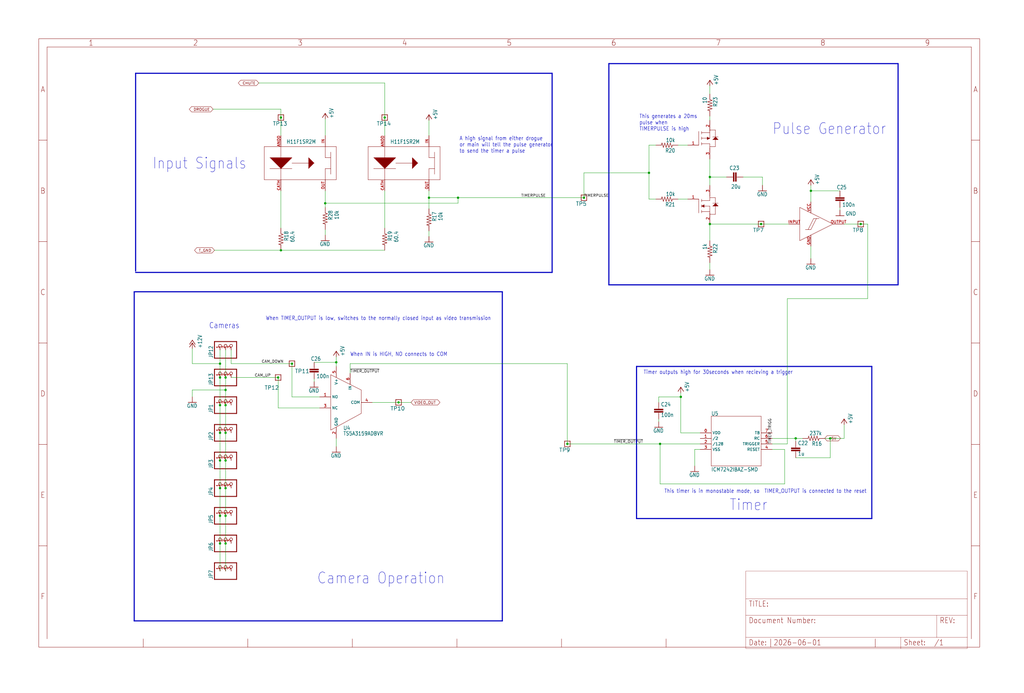
<source format=kicad_sch>
(kicad_sch (version 20230121) (generator eeschema)
  (paper "User" 469.9 318.262)
  (lib_symbols
    (symbol "CameraBoard-eagle-import:+12V" (power)
      (property "Value" "+12V" (at -2.54 -5.08 90))
      (symbol "+12V_1_0"
        (polyline (pts (xy 0 0) (xy -1.27 -1.905)) (stroke (width 0.254)))
        (polyline (pts (xy 0 1.27) (xy -1.27 -0.635)) (stroke (width 0.254)))
        (polyline (pts (xy 1.27 -1.905) (xy 0 0)) (stroke (width 0.254)))
        (polyline (pts (xy 1.27 -0.635) (xy 0 1.27)) (stroke (width 0.254)))
        (pin power_in line (at 0 -2.54 90) (length 2.54) (name "+12V") (number "1"))
      )
    )
    (symbol "CameraBoard-eagle-import:+5V" (power)
      (property "Value" "+5V" (at -2.54 -5.08 90))
      (symbol "+5V_1_0"
        (polyline (pts (xy 0 0) (xy -1.27 -1.905)) (stroke (width 0.254)))
        (polyline (pts (xy 1.27 -1.905) (xy 0 0)) (stroke (width 0.254)))
        (pin power_in line (at 0 -2.54 90) (length 2.54) (name "+5V") (number "1"))
      )
    )
    (symbol "CameraBoard-eagle-import:BSS84"
      (symbol "BSS84_1_0"
        (polyline (pts (xy 0 0) (xy 0 -6.35)) (stroke (width 0.1524)))
        (polyline (pts (xy 1.27 -6.35) (xy 1.27 -5.715)) (stroke (width 0.1524)))
        (polyline (pts (xy 1.27 -5.715) (xy 1.27 -5.08)) (stroke (width 0.1524)))
        (polyline (pts (xy 1.27 -5.715) (xy 5.08 -5.715)) (stroke (width 0.1524)))
        (polyline (pts (xy 1.27 -3.81) (xy 1.27 -3.175)) (stroke (width 0.1524)))
        (polyline (pts (xy 1.27 -3.175) (xy 1.27 -2.54)) (stroke (width 0.1524)))
        (polyline (pts (xy 1.27 -3.175) (xy 5.08 -3.175)) (stroke (width 0.1524)))
        (polyline (pts (xy 1.27 -1.27) (xy 1.27 -0.635)) (stroke (width 0.1524)))
        (polyline (pts (xy 1.27 -0.635) (xy 1.27 0)) (stroke (width 0.1524)))
        (polyline (pts (xy 1.27 -0.635) (xy 5.08 -0.635)) (stroke (width 0.1524)))
        (polyline (pts (xy 5.08 -5.715) (xy 5.08 -6.35)) (stroke (width 0.1524)))
        (polyline (pts (xy 5.08 -3.175) (xy 5.08 -5.715)) (stroke (width 0.1524)))
        (polyline (pts (xy 5.08 -0.635) (xy 5.08 0.635)) (stroke (width 0.1524)))
        (polyline (pts (xy 5.08 0.635) (xy 5.08 1.27)) (stroke (width 0.1524)))
        (polyline (pts (xy 5.08 0.635) (xy 7.62 0.635)) (stroke (width 0.1524)))
        (polyline (pts (xy 6.35 -3.81) (xy 8.89 -3.81)) (stroke (width 0.1524)))
        (polyline (pts (xy 7.62 -6.985) (xy 5.08 -6.985)) (stroke (width 0.1524)))
        (polyline (pts (xy 7.62 0.635) (xy 7.62 -6.985)) (stroke (width 0.1524)))
        (polyline (pts (xy 5.08 -3.175) (xy 3.81 -2.54) (xy 3.81 -3.81)) (stroke (width 0.1524)) (fill (type outline)))
        (polyline (pts (xy 6.35 -2.54) (xy 8.89 -2.54) (xy 7.62 -3.81)) (stroke (width 0.1524)) (fill (type outline)))
        (pin bidirectional line (at -5.08 0 0) (length 5.08) (name "G") (number "1"))
        (pin bidirectional line (at 5.08 -11.43 90) (length 5.08) (name "S") (number "2"))
        (pin bidirectional line (at 5.08 6.35 270) (length 5.08) (name "D") (number "3"))
      )
    )
    (symbol "CameraBoard-eagle-import:BVSS123LT1G"
      (symbol "BVSS123LT1G_1_0"
        (polyline (pts (xy 0 0) (xy 0 -6.35)) (stroke (width 0.1524)))
        (polyline (pts (xy 1.27 -6.35) (xy 1.27 -5.715)) (stroke (width 0.1524)))
        (polyline (pts (xy 1.27 -5.715) (xy 1.27 -5.08)) (stroke (width 0.1524)))
        (polyline (pts (xy 1.27 -5.715) (xy 5.08 -5.715)) (stroke (width 0.1524)))
        (polyline (pts (xy 1.27 -3.81) (xy 1.27 -3.175)) (stroke (width 0.1524)))
        (polyline (pts (xy 1.27 -3.175) (xy 1.27 -2.54)) (stroke (width 0.1524)))
        (polyline (pts (xy 1.27 -3.175) (xy 5.08 -3.175)) (stroke (width 0.1524)))
        (polyline (pts (xy 1.27 -1.27) (xy 1.27 -0.635)) (stroke (width 0.1524)))
        (polyline (pts (xy 1.27 -0.635) (xy 1.27 0)) (stroke (width 0.1524)))
        (polyline (pts (xy 1.27 -0.635) (xy 5.08 -0.635)) (stroke (width 0.1524)))
        (polyline (pts (xy 5.08 -5.715) (xy 5.08 -6.35)) (stroke (width 0.1524)))
        (polyline (pts (xy 5.08 -3.175) (xy 5.08 -5.715)) (stroke (width 0.1524)))
        (polyline (pts (xy 5.08 -0.635) (xy 5.08 0.635)) (stroke (width 0.1524)))
        (polyline (pts (xy 5.08 0.635) (xy 5.08 1.27)) (stroke (width 0.1524)))
        (polyline (pts (xy 5.08 0.635) (xy 7.62 0.635)) (stroke (width 0.1524)))
        (polyline (pts (xy 6.35 -1.905) (xy 8.89 -1.905)) (stroke (width 0.1524)))
        (polyline (pts (xy 7.62 -6.985) (xy 5.08 -6.985)) (stroke (width 0.1524)))
        (polyline (pts (xy 7.62 0.635) (xy 7.62 -6.985)) (stroke (width 0.1524)))
        (polyline (pts (xy 2.54 -2.54) (xy 1.27 -3.175) (xy 2.54 -3.81)) (stroke (width 0.1524)) (fill (type outline)))
        (polyline (pts (xy 6.35 -3.175) (xy 8.89 -3.175) (xy 7.62 -1.905)) (stroke (width 0.1524)) (fill (type outline)))
        (pin bidirectional line (at -5.08 0 0) (length 5.08) (name "G") (number "1"))
        (pin bidirectional line (at 5.08 -11.43 90) (length 5.08) (name "S") (number "2"))
        (pin bidirectional line (at 5.08 6.35 270) (length 5.08) (name "D") (number "3"))
      )
    )
    (symbol "CameraBoard-eagle-import:C-EU0603-C-NOSILK"
      (property "Reference" "C" (at 1.524 0.381 0))
      (symbol "C-EU0603-C-NOSILK_1_0"
        (rectangle (start -2.032 -2.032) (end 2.032 -1.524) (fill (type outline)))
        (rectangle (start -2.032 -1.016) (end 2.032 -0.508) (fill (type outline)))
        (polyline (pts (xy 0 -2.54) (xy 0 -2.032)) (stroke (width 0.1524)))
        (polyline (pts (xy 0 0) (xy 0 -0.508)) (stroke (width 0.1524)))
        (pin passive line (at 0 2.54 270) (length 2.54) (name "1") (number "1"))
        (pin passive line (at 0 -5.08 90) (length 2.54) (name "2") (number "2"))
      )
    )
    (symbol "CameraBoard-eagle-import:FRAME_B_L"
      (symbol "FRAME_B_L_1_0"
        (polyline (pts (xy 0 46.5667) (xy 3.81 46.5667)))
        (polyline (pts (xy 0 93.1333) (xy 3.81 93.1333)))
        (polyline (pts (xy 0 139.7) (xy 3.81 139.7)))
        (polyline (pts (xy 0 186.2667) (xy 3.81 186.2667)))
        (polyline (pts (xy 0 232.8333) (xy 3.81 232.8333)))
        (polyline (pts (xy 3.81 3.81) (xy 3.81 275.59)))
        (polyline (pts (xy 47.9778 0) (xy 47.9778 3.81)))
        (polyline (pts (xy 95.9556 0) (xy 95.9556 3.81)))
        (polyline (pts (xy 143.9333 0) (xy 143.9333 3.81)))
        (polyline (pts (xy 191.9111 0) (xy 191.9111 3.81)))
        (polyline (pts (xy 239.8889 0) (xy 239.8889 3.81)))
        (polyline (pts (xy 287.8667 0) (xy 287.8667 3.81)))
        (polyline (pts (xy 335.8444 0) (xy 335.8444 3.81)))
        (polyline (pts (xy 383.8222 0) (xy 383.8222 3.81)))
        (polyline (pts (xy 427.99 3.81) (xy 427.99 275.59)))
        (polyline (pts (xy 427.99 46.5667) (xy 431.8 46.5667)))
        (polyline (pts (xy 427.99 93.1333) (xy 431.8 93.1333)))
        (polyline (pts (xy 427.99 139.7) (xy 431.8 139.7)))
        (polyline (pts (xy 427.99 186.2667) (xy 431.8 186.2667)))
        (polyline (pts (xy 427.99 232.8333) (xy 431.8 232.8333)))
        (polyline (pts (xy 427.99 275.59) (xy 3.81 275.59)))
        (polyline (pts (xy 0 0) (xy 431.8 0) (xy 431.8 279.4) (xy 0 279.4) (xy 0 0)))
        (text "1" (at 23.9889 277.495 0) (effects (font (size 2.54 2.286))))
        (text "2" (at 71.9667 277.495 0) (effects (font (size 2.54 2.286))))
        (text "3" (at 119.9444 277.495 0) (effects (font (size 2.54 2.286))))
        (text "4" (at 167.9222 277.495 0) (effects (font (size 2.54 2.286))))
        (text "5" (at 215.9 277.495 0) (effects (font (size 2.54 2.286))))
        (text "6" (at 263.8778 277.495 0) (effects (font (size 2.54 2.286))))
        (text "7" (at 311.8556 277.495 0) (effects (font (size 2.54 2.286))))
        (text "8" (at 359.8333 277.495 0) (effects (font (size 2.54 2.286))))
        (text "9" (at 407.8111 277.495 0) (effects (font (size 2.54 2.286))))
        (text "A" (at 1.905 256.1167 0) (effects (font (size 2.54 2.286))))
        (text "A" (at 429.895 256.1167 0) (effects (font (size 2.54 2.286))))
        (text "B" (at 1.905 209.55 0) (effects (font (size 2.54 2.286))))
        (text "B" (at 429.895 209.55 0) (effects (font (size 2.54 2.286))))
        (text "C" (at 1.905 162.9833 0) (effects (font (size 2.54 2.286))))
        (text "C" (at 429.895 162.9833 0) (effects (font (size 2.54 2.286))))
        (text "D" (at 1.905 116.4167 0) (effects (font (size 2.54 2.286))))
        (text "D" (at 429.895 116.4167 0) (effects (font (size 2.54 2.286))))
        (text "E" (at 1.905 69.85 0) (effects (font (size 2.54 2.286))))
        (text "E" (at 429.895 69.85 0) (effects (font (size 2.54 2.286))))
        (text "F" (at 1.905 23.2833 0) (effects (font (size 2.54 2.286))))
        (text "F" (at 429.895 23.2833 0) (effects (font (size 2.54 2.286))))
      )
      (symbol "FRAME_B_L_2_0"
        (polyline (pts (xy 0 0) (xy 0 5.08)) (stroke (width 0.1016)))
        (polyline (pts (xy 0 0) (xy 71.12 0)) (stroke (width 0.1016)))
        (polyline (pts (xy 0 5.08) (xy 0 15.24)) (stroke (width 0.1016)))
        (polyline (pts (xy 0 5.08) (xy 71.12 5.08)) (stroke (width 0.1016)))
        (polyline (pts (xy 0 15.24) (xy 0 22.86)) (stroke (width 0.1016)))
        (polyline (pts (xy 0 22.86) (xy 0 35.56)) (stroke (width 0.1016)))
        (polyline (pts (xy 0 22.86) (xy 101.6 22.86)) (stroke (width 0.1016)))
        (polyline (pts (xy 71.12 0) (xy 101.6 0)) (stroke (width 0.1016)))
        (polyline (pts (xy 71.12 5.08) (xy 71.12 0)) (stroke (width 0.1016)))
        (polyline (pts (xy 71.12 5.08) (xy 87.63 5.08)) (stroke (width 0.1016)))
        (polyline (pts (xy 87.63 5.08) (xy 101.6 5.08)) (stroke (width 0.1016)))
        (polyline (pts (xy 87.63 15.24) (xy 0 15.24)) (stroke (width 0.1016)))
        (polyline (pts (xy 87.63 15.24) (xy 87.63 5.08)) (stroke (width 0.1016)))
        (polyline (pts (xy 101.6 5.08) (xy 101.6 0)) (stroke (width 0.1016)))
        (polyline (pts (xy 101.6 15.24) (xy 87.63 15.24)) (stroke (width 0.1016)))
        (polyline (pts (xy 101.6 15.24) (xy 101.6 5.08)) (stroke (width 0.1016)))
        (polyline (pts (xy 101.6 22.86) (xy 101.6 15.24)) (stroke (width 0.1016)))
        (polyline (pts (xy 101.6 35.56) (xy 0 35.56)) (stroke (width 0.1016)))
        (polyline (pts (xy 101.6 35.56) (xy 101.6 22.86)) (stroke (width 0.1016)))
        (text "${#}/${##}" (at 86.36 1.27 0) (effects (font (size 2.54 2.159)) (justify left bottom)))
        (text "${CURRENT_DATE}" (at 12.7 1.27 0) (effects (font (size 2.54 2.159)) (justify left bottom)))
        (text "${PROJECTNAME}" (at 17.78 19.05 0) (effects (font (size 2.54 2.159)) (justify left bottom)))
        (text "Date:" (at 1.27 1.27 0) (effects (font (size 2.54 2.159)) (justify left bottom)))
        (text "Document Number:" (at 1.27 11.43 0) (effects (font (size 2.54 2.159)) (justify left bottom)))
        (text "REV:" (at 88.9 11.43 0) (effects (font (size 2.54 2.159)) (justify left bottom)))
        (text "Sheet:" (at 72.39 1.27 0) (effects (font (size 2.54 2.159)) (justify left bottom)))
        (text "TITLE:" (at 1.27 19.05 0) (effects (font (size 2.54 2.159)) (justify left bottom)))
      )
    )
    (symbol "CameraBoard-eagle-import:GND" (power)
      (property "Value" "GND" (at -2.54 -2.54 0))
      (symbol "GND_1_0"
        (polyline (pts (xy -1.905 0) (xy 1.905 0)) (stroke (width 0.254)))
        (pin power_in line (at 0 2.54 270) (length 2.54) (name "GND") (number "1"))
      )
    )
    (symbol "CameraBoard-eagle-import:H11F1SR2M"
      (symbol "H11F1SR2M_1_0"
        (polyline (pts (xy -17.78 -7.62) (xy -17.78 7.62)) (stroke (width 0.1524)))
        (polyline (pts (xy -17.78 7.62) (xy 15.24 7.62)) (stroke (width 0.1524)))
        (polyline (pts (xy -10.16 -2.54) (xy -15.24 -2.54)) (stroke (width 0.1524)))
        (polyline (pts (xy -10.16 -2.54) (xy -10.16 -7.62)) (stroke (width 0.1524)))
        (polyline (pts (xy -10.16 -2.54) (xy -10.16 7.62)) (stroke (width 0.1524)))
        (polyline (pts (xy -5.08 -2.54) (xy -10.16 -2.54)) (stroke (width 0.1524)))
        (polyline (pts (xy -5.08 0) (xy 5.08 0)) (stroke (width 0.1524)))
        (polyline (pts (xy 10.16 -2.54) (xy 10.16 -7.62)) (stroke (width 0.1524)))
        (polyline (pts (xy 10.16 2.54) (xy 12.7 2.54)) (stroke (width 0.1524)))
        (polyline (pts (xy 10.16 7.62) (xy 10.16 2.54)) (stroke (width 0.1524)))
        (polyline (pts (xy 12.7 -5.08) (xy 12.7 -2.54)) (stroke (width 0.1524)))
        (polyline (pts (xy 12.7 -2.54) (xy 10.16 -2.54)) (stroke (width 0.1524)))
        (polyline (pts (xy 12.7 2.54) (xy 12.7 -2.54)) (stroke (width 0.1524)))
        (polyline (pts (xy 12.7 2.54) (xy 12.7 5.08)) (stroke (width 0.1524)))
        (polyline (pts (xy 15.24 -7.62) (xy -17.78 -7.62)) (stroke (width 0.1524)))
        (polyline (pts (xy 15.24 7.62) (xy 15.24 -7.62)) (stroke (width 0.1524)))
        (polyline (pts (xy -10.16 -2.54) (xy -5.08 2.54) (xy -15.24 2.54)) (stroke (width 0.1524)) (fill (type outline)))
        (polyline (pts (xy 5.08 0) (xy 2.54 2.54) (xy 2.54 -2.54)) (stroke (width 0.1524)) (fill (type outline)))
        (pin bidirectional line (at -10.16 12.7 270) (length 5.08) (name "ANOD") (number "ANOD"))
        (pin bidirectional line (at -10.16 -12.7 90) (length 5.08) (name "CAT") (number "CATH"))
        (pin bidirectional line (at 10.16 12.7 270) (length 5.08) (name "IN") (number "IN"))
        (pin bidirectional line (at 10.16 -12.7 90) (length 5.08) (name "OUT") (number "OUT"))
      )
    )
    (symbol "CameraBoard-eagle-import:ICM7242IBAZ-SMD"
      (property "Reference" "U" (at 5.08 7.874 0))
      (symbol "ICM7242IBAZ-SMD_1_0"
        (polyline (pts (xy 5.08 -15.24) (xy 5.08 7.62)) (stroke (width 0.1524)))
        (polyline (pts (xy 5.08 7.62) (xy 27.94 7.62)) (stroke (width 0.1524)))
        (polyline (pts (xy 27.94 -15.24) (xy 5.08 -15.24)) (stroke (width 0.1524)))
        (polyline (pts (xy 27.94 7.62) (xy 27.94 -15.24)) (stroke (width 0.1524)))
        (pin bidirectional line (at 0 0 0) (length 5.08) (name "VDD") (number "0"))
        (pin bidirectional line (at 0 -2.54 0) (length 5.08) (name "/2") (number "1"))
        (pin bidirectional line (at 0 -5.08 0) (length 5.08) (name "/128") (number "2"))
        (pin bidirectional line (at 0 -7.62 0) (length 5.08) (name "VSS") (number "3"))
        (pin bidirectional line (at 33.02 -7.62 180) (length 5.08) (name "RESET") (number "4"))
        (pin bidirectional line (at 33.02 -5.08 180) (length 5.08) (name "TRIGGER") (number "5"))
        (pin bidirectional line (at 33.02 -2.54 180) (length 5.08) (name "RC") (number "6"))
        (pin bidirectional line (at 33.02 0 180) (length 5.08) (name "TB") (number "7"))
      )
    )
    (symbol "CameraBoard-eagle-import:PINHD-1X3"
      (property "Reference" "JP" (at -6.35 5.715 0))
      (symbol "PINHD-1X3_1_0"
        (polyline (pts (xy -6.35 -5.08) (xy 1.27 -5.08)) (stroke (width 0.4064)))
        (polyline (pts (xy -6.35 5.08) (xy -6.35 -5.08)) (stroke (width 0.4064)))
        (polyline (pts (xy 1.27 -5.08) (xy 1.27 5.08)) (stroke (width 0.4064)))
        (polyline (pts (xy 1.27 5.08) (xy -6.35 5.08)) (stroke (width 0.4064)))
        (pin passive inverted (at -2.54 2.54 0) (length 2.54) (name "1") (number "1"))
        (pin passive inverted (at -2.54 0 0) (length 2.54) (name "2") (number "2"))
        (pin passive inverted (at -2.54 -2.54 0) (length 2.54) (name "3") (number "3"))
      )
    )
    (symbol "CameraBoard-eagle-import:R-US_0603-A-NOSILK"
      (property "Reference" "R" (at -3.81 1.4986 0))
      (symbol "R-US_0603-A-NOSILK_1_0"
        (polyline (pts (xy -2.54 0) (xy -2.159 1.016)) (stroke (width 0.2032)))
        (polyline (pts (xy -2.159 1.016) (xy -1.524 -1.016)) (stroke (width 0.2032)))
        (polyline (pts (xy -1.524 -1.016) (xy -0.889 1.016)) (stroke (width 0.2032)))
        (polyline (pts (xy -0.889 1.016) (xy -0.254 -1.016)) (stroke (width 0.2032)))
        (polyline (pts (xy -0.254 -1.016) (xy 0.381 1.016)) (stroke (width 0.2032)))
        (polyline (pts (xy 0.381 1.016) (xy 1.016 -1.016)) (stroke (width 0.2032)))
        (polyline (pts (xy 1.016 -1.016) (xy 1.651 1.016)) (stroke (width 0.2032)))
        (polyline (pts (xy 1.651 1.016) (xy 2.286 -1.016)) (stroke (width 0.2032)))
        (polyline (pts (xy 2.286 -1.016) (xy 2.54 0)) (stroke (width 0.2032)))
        (pin passive line (at -5.08 0 0) (length 2.54) (name "1") (number "1"))
        (pin passive line (at 5.08 0 180) (length 2.54) (name "2") (number "2"))
      )
    )
    (symbol "CameraBoard-eagle-import:R-US_0603-C-NOSILK"
      (property "Reference" "R" (at -3.81 1.4986 0))
      (symbol "R-US_0603-C-NOSILK_1_0"
        (polyline (pts (xy -2.54 0) (xy -2.159 1.016)) (stroke (width 0.2032)))
        (polyline (pts (xy -2.159 1.016) (xy -1.524 -1.016)) (stroke (width 0.2032)))
        (polyline (pts (xy -1.524 -1.016) (xy -0.889 1.016)) (stroke (width 0.2032)))
        (polyline (pts (xy -0.889 1.016) (xy -0.254 -1.016)) (stroke (width 0.2032)))
        (polyline (pts (xy -0.254 -1.016) (xy 0.381 1.016)) (stroke (width 0.2032)))
        (polyline (pts (xy 0.381 1.016) (xy 1.016 -1.016)) (stroke (width 0.2032)))
        (polyline (pts (xy 1.016 -1.016) (xy 1.651 1.016)) (stroke (width 0.2032)))
        (polyline (pts (xy 1.651 1.016) (xy 2.286 -1.016)) (stroke (width 0.2032)))
        (polyline (pts (xy 2.286 -1.016) (xy 2.54 0)) (stroke (width 0.2032)))
        (pin passive line (at -5.08 0 0) (length 2.54) (name "1") (number "1"))
        (pin passive line (at 5.08 0 180) (length 2.54) (name "2") (number "2"))
      )
    )
    (symbol "CameraBoard-eagle-import:R-US_0805-A-NOSILK"
      (property "Reference" "R" (at -3.81 1.4986 0))
      (symbol "R-US_0805-A-NOSILK_1_0"
        (polyline (pts (xy -2.54 0) (xy -2.159 1.016)) (stroke (width 0.2032)))
        (polyline (pts (xy -2.159 1.016) (xy -1.524 -1.016)) (stroke (width 0.2032)))
        (polyline (pts (xy -1.524 -1.016) (xy -0.889 1.016)) (stroke (width 0.2032)))
        (polyline (pts (xy -0.889 1.016) (xy -0.254 -1.016)) (stroke (width 0.2032)))
        (polyline (pts (xy -0.254 -1.016) (xy 0.381 1.016)) (stroke (width 0.2032)))
        (polyline (pts (xy 0.381 1.016) (xy 1.016 -1.016)) (stroke (width 0.2032)))
        (polyline (pts (xy 1.016 -1.016) (xy 1.651 1.016)) (stroke (width 0.2032)))
        (polyline (pts (xy 1.651 1.016) (xy 2.286 -1.016)) (stroke (width 0.2032)))
        (polyline (pts (xy 2.286 -1.016) (xy 2.54 0)) (stroke (width 0.2032)))
        (pin passive line (at -5.08 0 0) (length 2.54) (name "1") (number "1"))
        (pin passive line (at 5.08 0 180) (length 2.54) (name "2") (number "2"))
      )
    )
    (symbol "CameraBoard-eagle-import:SN74LVC1G17DCKR"
      (property "Reference" "U" (at 0 7.62 0))
      (symbol "SN74LVC1G17DCKR_1_0"
        (polyline (pts (xy -6.35 -7.62) (xy 8.89 0)) (stroke (width 0.1524)))
        (polyline (pts (xy -6.35 7.62) (xy -6.35 -7.62)) (stroke (width 0.1524)))
        (polyline (pts (xy -2.54 -2.54) (xy -3.81 -2.54)) (stroke (width 0.1524)))
        (polyline (pts (xy -2.54 -2.54) (xy -1.27 -2.54)) (stroke (width 0.1524)))
        (polyline (pts (xy -1.27 -2.54) (xy 1.27 2.54)) (stroke (width 0.1524)))
        (polyline (pts (xy 0 2.54) (xy -2.54 -2.54)) (stroke (width 0.1524)))
        (polyline (pts (xy 1.27 2.54) (xy 0 2.54)) (stroke (width 0.1524)))
        (polyline (pts (xy 1.27 2.54) (xy 2.54 2.54)) (stroke (width 0.1524)))
        (polyline (pts (xy 8.89 0) (xy -6.35 7.62)) (stroke (width 0.1524)))
        (pin bidirectional line (at -1.27 -10.16 90) (length 5.08) (name "GND") (number "GND"))
        (pin bidirectional line (at -11.43 0 0) (length 5.08) (name "A") (number "INPUT"))
        (pin bidirectional line (at 13.97 0 180) (length 5.08) (name "Y") (number "OUTPUT"))
        (pin bidirectional line (at -1.27 10.16 270) (length 5.08) (name "VCC") (number "VCC"))
      )
    )
    (symbol "CameraBoard-eagle-import:TEST-POINT"
      (property "Reference" "TP" (at -5.08 2.54 0))
      (symbol "TEST-POINT_1_0"
        (polyline (pts (xy -1.27 -1.27) (xy -1.27 1.27)) (stroke (width 0.254)))
        (polyline (pts (xy -1.27 1.27) (xy 1.27 1.27)) (stroke (width 0.254)))
        (polyline (pts (xy 1.27 -1.27) (xy -1.27 -1.27)) (stroke (width 0.254)))
        (polyline (pts (xy 1.27 1.27) (xy 1.27 -1.27)) (stroke (width 0.254)))
        (pin passive line (at 0 0 0) (length 0) (name "1") (number "1"))
      )
    )
    (symbol "CameraBoard-eagle-import:TS5A3159ADBVR"
      (property "Reference" "U" (at -0.635 -11.43 0))
      (symbol "TS5A3159ADBVR_1_0"
        (polyline (pts (xy -6.35 -12.7) (xy 7.62 -5.08)) (stroke (width 0.1524)))
        (polyline (pts (xy -6.35 12.7) (xy -6.35 -12.7)) (stroke (width 0.1524)))
        (polyline (pts (xy 7.62 -5.08) (xy 7.62 5.715)) (stroke (width 0.1524)))
        (polyline (pts (xy 7.62 5.715) (xy -6.35 12.7)) (stroke (width 0.1524)))
        (pin bidirectional line (at -11.43 2.54 0) (length 5.08) (name "NO") (number "1"))
        (pin bidirectional line (at -3.81 -16.51 90) (length 5.08) (name "GND") (number "2"))
        (pin bidirectional line (at -11.43 -2.54 0) (length 5.08) (name "NC") (number "3"))
        (pin bidirectional line (at 12.7 0 180) (length 5.08) (name "COM") (number "4"))
        (pin bidirectional line (at -3.81 16.51 270) (length 5.08) (name "V+") (number "5"))
        (pin bidirectional line (at 2.54 13.335 270) (length 5.08) (name "IN") (number "6"))
      )
    )
  )
  (junction (at 103.505 249.555))
  (junction (at 100.965 249.555))
  (junction (at 128.905 114.935))
  (junction (at 365.125 201.295))
  (junction (at 100.965 224.155))
  (junction (at 103.505 186.055))
  (junction (at 394.97 102.87))
  (junction (at 103.505 179.07))
  (junction (at 154.305 166.37))
  (junction (at 267.97 90.805))
  (junction (at 100.965 186.055))
  (junction (at 100.965 236.855))
  (junction (at 100.965 173.355))
  (junction (at 302.895 203.835))
  (junction (at 182.88 184.785))
  (junction (at 103.505 173.355))
  (junction (at 312.42 182.245))
  (junction (at 100.965 198.755))
  (junction (at 149.225 93.345))
  (junction (at 325.755 81.28))
  (junction (at 127.635 173.355))
  (junction (at 210.185 90.805))
  (junction (at 100.965 167.005))
  (junction (at 103.505 236.855))
  (junction (at 196.85 90.805))
  (junction (at 100.965 211.455))
  (junction (at 260.35 203.835))
  (junction (at 128.905 53.975))
  (junction (at 133.985 167.005))
  (junction (at 103.505 224.155))
  (junction (at 381 201.295))
  (junction (at 103.505 198.755))
  (junction (at 297.815 79.375))
  (junction (at 349.25 102.87))
  (junction (at 176.53 53.975))
  (junction (at 325.755 102.87))
  (junction (at 103.505 211.455))
  (junction (at 372.11 87.63))
  (polyline (pts (xy 400.05 238.125) (xy 400.05 168.275)) (stroke (width 0.508) (type solid)))
  (wire (pts (xy 196.85 90.805) (xy 196.85 95.885)) (stroke (width 0.1524)))
  (wire (pts (xy 196.85 106.045) (xy 196.85 108.585)) (stroke (width 0.1524)))
  (wire (pts (xy 260.35 203.835) (xy 302.895 203.835)) (stroke (width 0.1524)))
  (wire (pts (xy 106.045 167.005) (xy 133.985 167.005)) (stroke (width 0.1524)))
  (polyline (pts (xy 279.4 130.81) (xy 412.115 130.81)) (stroke (width 0.508) (type solid)))
  (wire (pts (xy 103.505 179.07) (xy 103.505 173.355)) (stroke (width 0.1524)))
  (wire (pts (xy 360.045 206.375) (xy 354.33 206.375)) (stroke (width 0.1524)))
  (wire (pts (xy 394.97 102.87) (xy 398.145 102.87)) (stroke (width 0.1524)))
  (wire (pts (xy 103.505 262.255) (xy 103.505 249.555)) (stroke (width 0.1524)))
  (polyline (pts (xy 230.505 133.985) (xy 61.595 133.985)) (stroke (width 0.508) (type solid)))
  (wire (pts (xy 325.755 55.245) (xy 325.755 53.34)) (stroke (width 0.1524)))
  (polyline (pts (xy 62.23 125.095) (xy 253.365 125.095)) (stroke (width 0.508) (type solid)))
  (wire (pts (xy 365.125 201.295) (xy 368.3 201.295)) (stroke (width 0.1524)))
  (wire (pts (xy 128.905 114.935) (xy 176.53 114.935)) (stroke (width 0.1524)))
  (wire (pts (xy 88.265 182.245) (xy 88.265 179.07)) (stroke (width 0.1524)))
  (wire (pts (xy 325.755 102.87) (xy 349.25 102.87)) (stroke (width 0.1524)))
  (wire (pts (xy 149.225 105.41) (xy 149.225 107.95)) (stroke (width 0.1524)))
  (wire (pts (xy 302.895 203.835) (xy 302.895 222.25)) (stroke (width 0.1524)))
  (wire (pts (xy 325.755 73.025) (xy 325.755 81.28)) (stroke (width 0.1524)))
  (wire (pts (xy 103.505 236.855) (xy 103.505 224.155)) (stroke (width 0.1524)))
  (wire (pts (xy 88.265 179.07) (xy 103.505 179.07)) (stroke (width 0.1524)))
  (wire (pts (xy 128.905 87.63) (xy 128.905 104.775)) (stroke (width 0.1524)))
  (polyline (pts (xy 253.365 33.655) (xy 62.23 33.655)) (stroke (width 0.508) (type solid)))
  (wire (pts (xy 381 201.295) (xy 381 210.185)) (stroke (width 0.1524)))
  (wire (pts (xy 312.42 182.245) (xy 312.42 180.34)) (stroke (width 0.1524)))
  (wire (pts (xy 325.755 120.65) (xy 325.755 123.825)) (stroke (width 0.1524)))
  (wire (pts (xy 398.145 137.16) (xy 361.315 137.16)) (stroke (width 0.1524)))
  (wire (pts (xy 361.315 203.835) (xy 361.315 137.16)) (stroke (width 0.1524)))
  (wire (pts (xy 381 210.185) (xy 365.125 210.185)) (stroke (width 0.1524)))
  (polyline (pts (xy 62.23 33.655) (xy 62.23 124.46)) (stroke (width 0.508) (type solid)))
  (wire (pts (xy 133.985 167.005) (xy 133.985 182.245)) (stroke (width 0.1524)))
  (wire (pts (xy 103.505 211.455) (xy 103.505 198.755)) (stroke (width 0.1524)))
  (polyline (pts (xy 230.505 285.115) (xy 230.505 133.985)) (stroke (width 0.508) (type solid)))
  (wire (pts (xy 302.895 222.25) (xy 360.045 222.25)) (stroke (width 0.1524)))
  (wire (pts (xy 385.445 96.52) (xy 385.445 95.25)) (stroke (width 0.1524)))
  (wire (pts (xy 381 201.295) (xy 387.35 201.295)) (stroke (width 0.1524)))
  (wire (pts (xy 354.33 201.295) (xy 365.125 201.295)) (stroke (width 0.1524)))
  (wire (pts (xy 176.53 38.1) (xy 118.745 38.1)) (stroke (width 0.1524)))
  (wire (pts (xy 100.965 186.055) (xy 100.965 198.755)) (stroke (width 0.1524)))
  (wire (pts (xy 267.97 90.805) (xy 267.97 79.375)) (stroke (width 0.1524)))
  (wire (pts (xy 297.815 66.675) (xy 300.99 66.675)) (stroke (width 0.1524)))
  (wire (pts (xy 149.225 87.63) (xy 149.225 93.345)) (stroke (width 0.1524)))
  (wire (pts (xy 100.965 236.855) (xy 100.965 249.555)) (stroke (width 0.1524)))
  (wire (pts (xy 297.815 79.375) (xy 297.815 66.675)) (stroke (width 0.1524)))
  (wire (pts (xy 196.85 87.63) (xy 196.85 90.805)) (stroke (width 0.1524)))
  (wire (pts (xy 149.225 93.345) (xy 149.225 95.25)) (stroke (width 0.1524)))
  (wire (pts (xy 100.965 211.455) (xy 100.965 198.755)) (stroke (width 0.1524)))
  (wire (pts (xy 333.375 81.28) (xy 325.755 81.28)) (stroke (width 0.1524)))
  (wire (pts (xy 210.185 90.805) (xy 267.97 90.805)) (stroke (width 0.1524)))
  (wire (pts (xy 127.635 173.355) (xy 127.635 187.325)) (stroke (width 0.1524)))
  (wire (pts (xy 378.46 201.295) (xy 381 201.295)) (stroke (width 0.1524)))
  (wire (pts (xy 176.53 104.775) (xy 176.53 87.63)) (stroke (width 0.1524)))
  (wire (pts (xy 311.15 66.675) (xy 315.595 66.675)) (stroke (width 0.1524)))
  (wire (pts (xy 385.445 87.63) (xy 372.11 87.63)) (stroke (width 0.1524)))
  (wire (pts (xy 128.905 53.975) (xy 128.905 50.165)) (stroke (width 0.1524)))
  (wire (pts (xy 100.965 186.055) (xy 100.965 173.355)) (stroke (width 0.1524)))
  (wire (pts (xy 325.755 102.87) (xy 325.755 110.49)) (stroke (width 0.1524)))
  (wire (pts (xy 325.755 81.28) (xy 325.755 85.09)) (stroke (width 0.1524)))
  (wire (pts (xy 128.905 50.165) (xy 97.79 50.165)) (stroke (width 0.1524)))
  (wire (pts (xy 302.26 184.785) (xy 302.26 182.245)) (stroke (width 0.1524)))
  (wire (pts (xy 182.88 184.785) (xy 188.595 184.785)) (stroke (width 0.1524)))
  (polyline (pts (xy 253.365 125.095) (xy 253.365 33.655)) (stroke (width 0.508) (type solid)))
  (wire (pts (xy 100.965 167.005) (xy 100.965 173.355)) (stroke (width 0.1524)))
  (wire (pts (xy 149.225 54.61) (xy 149.225 62.23)) (stroke (width 0.1524)))
  (wire (pts (xy 154.305 205.105) (xy 154.305 201.295)) (stroke (width 0.1524)))
  (wire (pts (xy 372.11 113.03) (xy 372.11 118.745)) (stroke (width 0.1524)))
  (wire (pts (xy 170.815 184.785) (xy 182.88 184.785)) (stroke (width 0.1524)))
  (polyline (pts (xy 61.595 133.985) (xy 61.595 285.115)) (stroke (width 0.508) (type solid)))
  (wire (pts (xy 100.965 249.555) (xy 100.965 262.255)) (stroke (width 0.1524)))
  (wire (pts (xy 149.225 93.345) (xy 210.185 93.345)) (stroke (width 0.1524)))
  (wire (pts (xy 325.755 39.37) (xy 325.755 43.18)) (stroke (width 0.1524)))
  (polyline (pts (xy 279.4 29.21) (xy 279.4 130.81)) (stroke (width 0.508) (type solid)))
  (polyline (pts (xy 292.1 238.125) (xy 400.05 238.125)) (stroke (width 0.508) (type solid)))
  (wire (pts (xy 103.505 198.755) (xy 103.505 186.055)) (stroke (width 0.1524)))
  (wire (pts (xy 127.635 187.325) (xy 146.685 187.325)) (stroke (width 0.1524)))
  (wire (pts (xy 312.42 198.755) (xy 312.42 182.245)) (stroke (width 0.1524)))
  (wire (pts (xy 398.145 137.16) (xy 398.145 102.87)) (stroke (width 0.1524)))
  (wire (pts (xy 176.53 53.975) (xy 176.53 38.1)) (stroke (width 0.1524)))
  (wire (pts (xy 196.85 90.805) (xy 210.185 90.805)) (stroke (width 0.1524)))
  (wire (pts (xy 267.97 79.375) (xy 297.815 79.375)) (stroke (width 0.1524)))
  (wire (pts (xy 302.26 182.245) (xy 312.42 182.245)) (stroke (width 0.1524)))
  (wire (pts (xy 196.85 55.245) (xy 196.85 62.23)) (stroke (width 0.1524)))
  (wire (pts (xy 321.31 206.375) (xy 318.77 206.375)) (stroke (width 0.1524)))
  (wire (pts (xy 365.125 202.565) (xy 365.125 201.295)) (stroke (width 0.1524)))
  (polyline (pts (xy 412.115 29.21) (xy 412.115 130.81)) (stroke (width 0.508) (type solid)))
  (wire (pts (xy 154.305 166.37) (xy 154.305 168.275)) (stroke (width 0.1524)))
  (wire (pts (xy 349.25 102.87) (xy 361.95 102.87)) (stroke (width 0.1524)))
  (wire (pts (xy 100.965 167.005) (xy 88.265 167.005)) (stroke (width 0.1524)))
  (polyline (pts (xy 61.595 285.115) (xy 230.505 285.115)) (stroke (width 0.508) (type solid)))
  (wire (pts (xy 349.885 81.28) (xy 349.885 85.09)) (stroke (width 0.1524)))
  (wire (pts (xy 210.185 93.345) (xy 210.185 90.805)) (stroke (width 0.1524)))
  (wire (pts (xy 321.31 198.755) (xy 312.42 198.755)) (stroke (width 0.1524)))
  (wire (pts (xy 321.31 203.835) (xy 302.895 203.835)) (stroke (width 0.1524)))
  (wire (pts (xy 133.985 182.245) (xy 146.685 182.245)) (stroke (width 0.1524)))
  (wire (pts (xy 300.99 91.44) (xy 297.815 91.44)) (stroke (width 0.1524)))
  (wire (pts (xy 354.33 203.835) (xy 361.315 203.835)) (stroke (width 0.1524)))
  (wire (pts (xy 154.305 163.83) (xy 154.305 166.37)) (stroke (width 0.1524)))
  (polyline (pts (xy 279.4 29.21) (xy 412.115 29.21)) (stroke (width 0.508) (type solid)))
  (wire (pts (xy 103.505 249.555) (xy 103.505 236.855)) (stroke (width 0.1524)))
  (wire (pts (xy 176.53 62.23) (xy 176.53 53.975)) (stroke (width 0.1524)))
  (wire (pts (xy 340.995 81.28) (xy 349.885 81.28)) (stroke (width 0.1524)))
  (wire (pts (xy 387.35 201.295) (xy 387.35 194.945)) (stroke (width 0.1524)))
  (wire (pts (xy 98.425 114.935) (xy 128.905 114.935)) (stroke (width 0.1524)))
  (wire (pts (xy 372.11 85.09) (xy 372.11 87.63)) (stroke (width 0.1524)))
  (wire (pts (xy 103.505 224.155) (xy 103.505 211.455)) (stroke (width 0.1524)))
  (wire (pts (xy 128.905 62.23) (xy 128.905 53.975)) (stroke (width 0.1524)))
  (wire (pts (xy 144.145 166.37) (xy 154.305 166.37)) (stroke (width 0.1524)))
  (wire (pts (xy 144.145 175.26) (xy 144.145 173.99)) (stroke (width 0.1524)))
  (wire (pts (xy 106.045 173.355) (xy 127.635 173.355)) (stroke (width 0.1524)))
  (wire (pts (xy 260.35 167.005) (xy 260.35 203.835)) (stroke (width 0.1524)))
  (polyline (pts (xy 292.1 168.275) (xy 292.1 238.125)) (stroke (width 0.508) (type solid)))
  (wire (pts (xy 387.35 102.87) (xy 394.97 102.87)) (stroke (width 0.1524)))
  (wire (pts (xy 302.26 193.675) (xy 302.26 192.405)) (stroke (width 0.1524)))
  (wire (pts (xy 318.77 206.375) (xy 318.77 213.995)) (stroke (width 0.1524)))
  (wire (pts (xy 100.965 160.655) (xy 100.965 167.005)) (stroke (width 0.1524)))
  (wire (pts (xy 106.045 160.655) (xy 106.045 167.005)) (stroke (width 0.1524)))
  (wire (pts (xy 160.655 167.005) (xy 260.35 167.005)) (stroke (width 0.1524)))
  (wire (pts (xy 160.655 171.45) (xy 160.655 167.005)) (stroke (width 0.1524)))
  (wire (pts (xy 88.265 167.005) (xy 88.265 160.02)) (stroke (width 0.1524)))
  (wire (pts (xy 103.505 186.055) (xy 103.505 179.07)) (stroke (width 0.1524)))
  (wire (pts (xy 100.965 224.155) (xy 100.965 236.855)) (stroke (width 0.1524)))
  (wire (pts (xy 315.595 91.44) (xy 311.15 91.44)) (stroke (width 0.1524)))
  (polyline (pts (xy 400.05 168.275) (xy 292.1 168.275)) (stroke (width 0.508) (type solid)))
  (wire (pts (xy 297.815 91.44) (xy 297.815 79.375)) (stroke (width 0.1524)))
  (wire (pts (xy 372.11 87.63) (xy 372.11 92.71)) (stroke (width 0.1524)))
  (wire (pts (xy 100.965 211.455) (xy 100.965 224.155)) (stroke (width 0.1524)))
  (wire (pts (xy 103.505 173.355) (xy 103.505 160.655)) (stroke (width 0.1524)))
  (wire (pts (xy 360.045 222.25) (xy 360.045 206.375)) (stroke (width 0.1524)))
  (text "Cameras" (at 95.885 151.13 0) (effects (font (size 2.54 2.159)) (justify left bottom)))
  (text "Timer outputs high for 30seconds when recieving a trigger" (at 295.275 172.085 0) (effects (font (size 1.778 1.5113)) (justify left bottom)))
  (text "Pulse Generator" (at 354.33 62.23 0) (effects (font (size 5.08 4.318)) (justify left bottom)))
  (text "When TIMER_OUTPUT is low, switches to the normally closed input as video transmission" (at 121.92 147.32 0) (effects (font (size 1.778 1.5113)) (justify left bottom)))
  (text "When IN is HIGH, NO connects to COM" (at 160.655 163.83 0) (effects (font (size 1.778 1.5113)) (justify left bottom)))
  (text "This timer is in monostable mode, so  TIMER_OUTPUT is connected to the reset" (at 304.8 226.695 0) (effects (font (size 1.778 1.5113)) (justify left bottom)))
  (text "Camera Operation" (at 145.415 268.605 0) (effects (font (size 5.08 4.318)) (justify left bottom)))
  (text "Input Signals" (at 69.85 78.105 0) (effects (font (size 5.08 4.318)) (justify left bottom)))
  (text "Timer" (at 334.645 234.95 0) (effects (font (size 5.08 4.318)) (justify left bottom)))
  (text "A high signal from either drogue\nor main will tell the pulse generator\nto send the timer a pulse" (at 210.82 70.485 0) (effects (font (size 1.778 1.5113)) (justify left bottom)))
  (text "This generates a 20ms\npulse when\nTIMERPULSE is high" (at 293.37 60.325 0) (effects (font (size 1.778 1.5113)) (justify left bottom)))
  (label "TIMER_TRIGG" (at 354.33 203.835 90) (effects (font (size 1.2446 1.2446))))
  (label "~{TIMER_OUTPUT}" (at 281.6225 203.835 0) (effects (font (size 1.2446 1.2446))))
  (label "TIMERPULSE" (at 267.97 90.805 0) (effects (font (size 1.2446 1.2446))))
  (label "~{TIMER_OUTPUT}" (at 160.655 171.45 0) (effects (font (size 1.2446 1.2446))))
  (label "CAM_DOWN" (at 120.015 167.005 0) (effects (font (size 1.2446 1.2446))))
  (label "CAM_UP" (at 116.84 173.355 0) (effects (font (size 1.2446 1.2446))))
  (label "TIMERPULSE" (at 239.0775 90.805 0) (effects (font (size 1.2446 1.2446))))
  (global_label "+5V" (shape bidirectional) (at 378.46 201.295 0) (effects (font (size 1.2446 1.2446))) (property "Intersheetrefs" "${INTERSHEET_REFS}" (effects hide)))
  (global_label "DROGUE" (shape bidirectional) (at 97.79 50.165 180) (effects (font (size 1.2446 1.2446))) (property "Intersheetrefs" "${INTERSHEET_REFS}" (effects hide)))
  (global_label "CHUTE" (shape bidirectional) (at 118.745 38.1 180) (effects (font (size 1.2446 1.2446))) (property "Intersheetrefs" "${INTERSHEET_REFS}" (effects hide)))
  (global_label "T_GND" (shape bidirectional) (at 98.425 114.935 180) (effects (font (size 1.2446 1.2446))) (property "Intersheetrefs" "${INTERSHEET_REFS}" (effects hide)))
  (global_label "VIDEO_OUT" (shape bidirectional) (at 188.595 184.785 0) (effects (font (size 1.2446 1.2446))) (property "Intersheetrefs" "${INTERSHEET_REFS}" (effects hide)))
  (symbol (lib_id "CameraBoard-eagle-import:FRAME_B_L") (at 342.265 297.815 0) (unit 2)
    (property "Reference" "#FRAME2" (effects hide))
    (property "Value" "FRAME_B_L" (effects hide))
  )
  (symbol (lib_id "CameraBoard-eagle-import:+5V") (at 312.42 177.8 0) (unit 1)
    (property "Reference" "#P+7" (effects hide))
    (property "Value" "+5V" (at 314.325 175.26 90) (effects (font (size 1.778 1.5113)) (justify right top)))
  )
  (symbol (lib_id "CameraBoard-eagle-import:TEST-POINT") (at 260.35 203.835 0) (unit 1)
    (property "Reference" "TP9" (at 256.54 207.645 0) (effects (font (size 1.778 1.778)) (justify left bottom)))
    (property "Value" "TEST-POINT" (effects hide))
    (property "Footprint" "CameraBoard:2MM-TEST-POINT" (effects hide))
  )
  (symbol (lib_id "CameraBoard-eagle-import:PINHD-1X3") (at 103.505 259.715 90) (unit 1)
    (property "Reference" "JP7" (at 97.79 266.065 0) (effects (font (size 1.778 1.5113)) (justify left bottom)))
    (property "Value" "PINHD-1X3" (effects hide))
    (property "Footprint" "CameraBoard:1X03" (effects hide))
  )
  (symbol (lib_id "CameraBoard-eagle-import:+5V") (at 154.305 161.29 0) (unit 1)
    (property "Reference" "#P+5" (effects hide))
    (property "Value" "+5V" (at 156.21 158.75 90) (effects (font (size 1.778 1.5113)) (justify right top)))
  )
  (symbol (lib_id "CameraBoard-eagle-import:GND") (at 302.26 196.215 0) (unit 1)
    (property "Reference" "#GND43" (effects hide))
    (property "Value" "GND" (at 299.72 198.755 0) (effects (font (size 1.778 1.5113)) (justify left bottom)))
  )
  (symbol (lib_id "CameraBoard-eagle-import:ICM7242IBAZ-SMD") (at 321.31 198.755 0) (unit 1)
    (property "Reference" "U5" (at 326.39 190.881 0) (effects (font (size 1.778 1.5113)) (justify left bottom)))
    (property "Value" "ICM7242IBAZ-SMD" (at 326.39 216.535 0) (effects (font (size 1.778 1.5113)) (justify left bottom)))
    (property "Footprint" "CameraBoard:ICM7242IBAZ-SMD" (effects hide))
  )
  (symbol (lib_id "CameraBoard-eagle-import:PINHD-1X3") (at 103.505 221.615 90) (unit 1)
    (property "Reference" "JP4" (at 97.79 227.965 0) (effects (font (size 1.778 1.5113)) (justify left bottom)))
    (property "Value" "PINHD-1X3" (effects hide))
    (property "Footprint" "CameraBoard:1X03" (effects hide))
  )
  (symbol (lib_id "CameraBoard-eagle-import:H11F1SR2M") (at 139.065 74.93 0) (unit 1)
    (property "Reference" "U6" (effects hide))
    (property "Value" "H11F1SR2M" (at 131.445 66.04 0) (effects (font (size 1.778 1.5113)) (justify left bottom)))
    (property "Footprint" "CameraBoard:H11F1SR2M" (effects hide))
    (property "DIS" "Digi-Key" (effects hide))
    (property "DPN" "H11F1SR2MCT-ND" (effects hide))
    (property "MAN" "ON Semiconductor" (effects hide))
    (property "MPN" "H11F1SR2M" (effects hide))
  )
  (symbol (lib_id "CameraBoard-eagle-import:PINHD-1X3") (at 103.505 170.815 90) (unit 1)
    (property "Reference" "JP13" (at 97.79 177.165 0) (effects (font (size 1.778 1.5113)) (justify left bottom)))
    (property "Value" "PINHD-1X3" (effects hide))
    (property "Footprint" "CameraBoard:1X03" (effects hide))
  )
  (symbol (lib_id "CameraBoard-eagle-import:SN74LVC1G17DCKR") (at 373.38 102.87 0) (unit 1)
    (property "Reference" "U8" (effects hide))
    (property "Value" "SN74LVC1G17DCKR" (effects hide))
    (property "Footprint" "CameraBoard:SN74LVC1G17DCKR" (effects hide))
  )
  (symbol (lib_id "CameraBoard-eagle-import:PINHD-1X3") (at 103.505 208.915 90) (unit 1)
    (property "Reference" "JP3" (at 97.79 215.265 0) (effects (font (size 1.778 1.5113)) (justify left bottom)))
    (property "Value" "PINHD-1X3" (effects hide))
    (property "Footprint" "CameraBoard:1X03" (effects hide))
  )
  (symbol (lib_id "CameraBoard-eagle-import:R-US_0805-A-NOSILK") (at 325.755 48.26 270) (unit 1)
    (property "Reference" "R23" (at 327.2536 44.45 0) (effects (font (size 1.778 1.5113)) (justify left bottom)))
    (property "Value" "10" (at 322.453 44.45 0) (effects (font (size 1.778 1.5113)) (justify left bottom)))
    (property "Footprint" "CameraBoard:.0805-A-NOSILK" (effects hide))
  )
  (symbol (lib_id "CameraBoard-eagle-import:TEST-POINT") (at 133.985 167.005 0) (unit 1)
    (property "Reference" "TP11" (at 135.255 171.45 0) (effects (font (size 1.778 1.778)) (justify left bottom)))
    (property "Value" "TEST-POINT" (effects hide))
    (property "Footprint" "CameraBoard:2MM-TEST-POINT" (effects hide))
  )
  (symbol (lib_id "CameraBoard-eagle-import:C-EU0603-C-NOSILK") (at 385.445 92.71 180) (unit 1)
    (property "Reference" "C25" (at 383.921 86.995 0) (effects (font (size 1.778 1.5113)) (justify right top)))
    (property "Value" "100n" (at 386.461 94.996 0) (effects (font (size 1.778 1.5113)) (justify right top)))
    (property "Footprint" "CameraBoard:.0603-C-NOSILK" (effects hide))
  )
  (symbol (lib_id "CameraBoard-eagle-import:GND") (at 154.305 207.645 0) (unit 1)
    (property "Reference" "#GND32" (effects hide))
    (property "Value" "GND" (at 151.765 210.185 0) (effects (font (size 1.778 1.5113)) (justify left bottom)))
  )
  (symbol (lib_id "CameraBoard-eagle-import:R-US_0603-A-NOSILK") (at 325.755 115.57 270) (unit 1)
    (property "Reference" "R22" (at 327.2536 111.76 0) (effects (font (size 1.778 1.5113)) (justify left bottom)))
    (property "Value" "1k" (at 322.453 111.76 0) (effects (font (size 1.778 1.5113)) (justify left bottom)))
    (property "Footprint" "CameraBoard:.0603-A-NOSILK" (effects hide))
  )
  (symbol (lib_id "CameraBoard-eagle-import:R-US_0603-A-NOSILK") (at 306.07 66.675 180) (unit 1)
    (property "Reference" "R20" (at 309.88 68.1736 0) (effects (font (size 1.778 1.5113)) (justify left bottom)))
    (property "Value" "10k" (at 309.88 63.373 0) (effects (font (size 1.778 1.5113)) (justify left bottom)))
    (property "Footprint" "CameraBoard:.0603-A-NOSILK" (effects hide))
  )
  (symbol (lib_id "CameraBoard-eagle-import:GND") (at 372.11 121.285 0) (unit 1)
    (property "Reference" "#GND42" (effects hide))
    (property "Value" "GND" (at 369.57 123.825 0) (effects (font (size 1.778 1.5113)) (justify left bottom)))
  )
  (symbol (lib_id "CameraBoard-eagle-import:TEST-POINT") (at 127.635 173.355 0) (unit 1)
    (property "Reference" "TP12" (at 121.285 179.07 0) (effects (font (size 1.778 1.778)) (justify left bottom)))
    (property "Value" "TEST-POINT" (effects hide))
    (property "Footprint" "CameraBoard:2MM-TEST-POINT" (effects hide))
  )
  (symbol (lib_id "CameraBoard-eagle-import:R-US_0603-C-NOSILK") (at 176.53 109.855 270) (unit 1)
    (property "Reference" "R19" (at 178.0286 106.045 0) (effects (font (size 1.778 1.5113)) (justify left bottom)))
    (property "Value" "60.4" (at 180.848 106.045 0) (effects (font (size 1.778 1.5113)) (justify left bottom)))
    (property "Footprint" "CameraBoard:.0603-C-NOSILK" (effects hide))
  )
  (symbol (lib_id "CameraBoard-eagle-import:+12V") (at 88.265 157.48 0) (unit 1)
    (property "Reference" "#P+6" (effects hide))
    (property "Value" "+12V" (at 90.805 153.67 90) (effects (font (size 1.778 1.5113)) (justify right top)))
  )
  (symbol (lib_id "CameraBoard-eagle-import:TEST-POINT") (at 394.97 102.87 0) (unit 1)
    (property "Reference" "TP8" (at 391.16 106.68 0) (effects (font (size 1.778 1.778)) (justify left bottom)))
    (property "Value" "TEST-POINT" (effects hide))
    (property "Footprint" "CameraBoard:2MM-TEST-POINT" (effects hide))
  )
  (symbol (lib_id "CameraBoard-eagle-import:GND") (at 385.445 99.06 0) (unit 1)
    (property "Reference" "#GND44" (effects hide))
    (property "Value" "GND" (at 387.985 99.06 0) (effects (font (size 1.778 1.5113)) (justify left bottom)))
  )
  (symbol (lib_id "CameraBoard-eagle-import:PINHD-1X3") (at 103.505 183.515 90) (unit 1)
    (property "Reference" "JP1" (at 97.79 189.865 0) (effects (font (size 1.778 1.5113)) (justify left bottom)))
    (property "Value" "PINHD-1X3" (effects hide))
    (property "Footprint" "CameraBoard:1X03" (effects hide))
  )
  (symbol (lib_id "CameraBoard-eagle-import:R-US_0603-C-NOSILK") (at 149.225 100.33 270) (unit 1)
    (property "Reference" "R28" (at 150.7236 96.52 0) (effects (font (size 1.778 1.5113)) (justify left bottom)))
    (property "Value" "10k" (at 153.543 96.52 0) (effects (font (size 1.778 1.5113)) (justify left bottom)))
    (property "Footprint" "CameraBoard:.0603-C-NOSILK" (effects hide))
  )
  (symbol (lib_id "CameraBoard-eagle-import:PINHD-1X3") (at 103.505 196.215 90) (unit 1)
    (property "Reference" "JP2" (at 97.79 202.565 0) (effects (font (size 1.778 1.5113)) (justify left bottom)))
    (property "Value" "PINHD-1X3" (effects hide))
    (property "Footprint" "CameraBoard:1X03" (effects hide))
  )
  (symbol (lib_id "CameraBoard-eagle-import:R-US_0603-C-NOSILK") (at 128.905 109.855 270) (unit 1)
    (property "Reference" "R18" (at 130.4036 106.045 0) (effects (font (size 1.778 1.5113)) (justify left bottom)))
    (property "Value" "60.4" (at 133.223 106.045 0) (effects (font (size 1.778 1.5113)) (justify left bottom)))
    (property "Footprint" "CameraBoard:.0603-C-NOSILK" (effects hide))
  )
  (symbol (lib_id "CameraBoard-eagle-import:FRAME_B_L") (at 17.78 297.18 0) (unit 1)
    (property "Reference" "#FRAME2" (effects hide))
    (property "Value" "FRAME_B_L" (effects hide))
  )
  (symbol (lib_id "CameraBoard-eagle-import:R-US_0603-A-NOSILK") (at 373.38 201.295 180) (unit 1)
    (property "Reference" "R16" (at 377.19 202.7936 0) (effects (font (size 1.778 1.5113)) (justify left bottom)))
    (property "Value" "237k" (at 377.19 197.993 0) (effects (font (size 1.778 1.5113)) (justify left bottom)))
    (property "Footprint" "CameraBoard:.0603-A-NOSILK" (effects hide))
  )
  (symbol (lib_id "CameraBoard-eagle-import:+5V") (at 196.85 52.705 0) (unit 1)
    (property "Reference" "#P+9" (effects hide))
    (property "Value" "+5V" (at 198.755 50.165 90) (effects (font (size 1.778 1.5113)) (justify right top)))
  )
  (symbol (lib_id "CameraBoard-eagle-import:BVSS123LT1G") (at 320.675 91.44 0) (unit 1)
    (property "Reference" "Q2" (effects hide))
    (property "Value" "BVSS123LT1G" (effects hide))
    (property "Footprint" "CameraBoard:BVSS123LT1G" (effects hide))
  )
  (symbol (lib_id "CameraBoard-eagle-import:BSS84") (at 320.675 66.675 0) (mirror x) (unit 1)
    (property "Reference" "Q3" (effects hide))
    (property "Value" "BSS84" (effects hide))
    (property "Footprint" "CameraBoard:BSS84" (effects hide))
  )
  (symbol (lib_id "CameraBoard-eagle-import:TEST-POINT") (at 182.88 184.785 0) (unit 1)
    (property "Reference" "TP10" (at 179.07 188.595 0) (effects (font (size 1.778 1.778)) (justify left bottom)))
    (property "Value" "TEST-POINT" (effects hide))
    (property "Footprint" "CameraBoard:2MM-TEST-POINT" (effects hide))
  )
  (symbol (lib_id "CameraBoard-eagle-import:C-EU0603-C-NOSILK") (at 365.125 205.105 0) (unit 1)
    (property "Reference" "C22" (at 366.141 204.47 0) (effects (font (size 1.778 1.5113)) (justify left bottom)))
    (property "Value" "1u" (at 366.141 209.296 0) (effects (font (size 1.778 1.5113)) (justify left bottom)))
    (property "Footprint" "CameraBoard:.0603-C-NOSILK" (effects hide))
  )
  (symbol (lib_id "CameraBoard-eagle-import:C-EU0603-C-NOSILK") (at 335.915 81.28 90) (unit 1)
    (property "Reference" "C23" (at 339.344 76.2 90) (effects (font (size 1.778 1.5113)) (justify left bottom)))
    (property "Value" "20u" (at 339.979 84.709 90) (effects (font (size 1.778 1.5113)) (justify left bottom)))
    (property "Footprint" "CameraBoard:.0603-C-NOSILK" (effects hide))
  )
  (symbol (lib_id "CameraBoard-eagle-import:GND") (at 325.755 126.365 0) (unit 1)
    (property "Reference" "#GND40" (effects hide))
    (property "Value" "GND" (at 323.215 128.905 0) (effects (font (size 1.778 1.5113)) (justify left bottom)))
  )
  (symbol (lib_id "CameraBoard-eagle-import:R-US_0603-A-NOSILK") (at 306.07 91.44 180) (unit 1)
    (property "Reference" "R21" (at 309.88 92.9386 0) (effects (font (size 1.778 1.5113)) (justify left bottom)))
    (property "Value" "10k" (at 309.88 88.138 0) (effects (font (size 1.778 1.5113)) (justify left bottom)))
    (property "Footprint" "CameraBoard:.0603-A-NOSILK" (effects hide))
  )
  (symbol (lib_id "CameraBoard-eagle-import:+5V") (at 387.35 192.405 0) (unit 1)
    (property "Reference" "#P+8" (effects hide))
    (property "Value" "+5V" (at 389.255 189.865 90) (effects (font (size 1.778 1.5113)) (justify right top)))
  )
  (symbol (lib_id "CameraBoard-eagle-import:GND") (at 349.885 87.63 0) (unit 1)
    (property "Reference" "#GND41" (effects hide))
    (property "Value" "GND" (at 347.345 90.17 0) (effects (font (size 1.778 1.5113)) (justify left bottom)))
  )
  (symbol (lib_id "CameraBoard-eagle-import:PINHD-1X3") (at 103.505 158.115 90) (unit 1)
    (property "Reference" "JP12" (at 97.79 164.465 0) (effects (font (size 1.778 1.5113)) (justify left bottom)))
    (property "Value" "PINHD-1X3" (effects hide))
    (property "Footprint" "CameraBoard:1X03" (effects hide))
  )
  (symbol (lib_id "CameraBoard-eagle-import:GND") (at 149.225 110.49 0) (unit 1)
    (property "Reference" "#GND38" (effects hide))
    (property "Value" "GND" (at 146.685 113.03 0) (effects (font (size 1.778 1.5113)) (justify left bottom)))
  )
  (symbol (lib_id "CameraBoard-eagle-import:GND") (at 144.145 177.8 0) (unit 1)
    (property "Reference" "#GND45" (effects hide))
    (property "Value" "GND" (at 141.605 180.34 0) (effects (font (size 1.778 1.5113)) (justify left bottom)))
  )
  (symbol (lib_id "CameraBoard-eagle-import:TEST-POINT") (at 176.53 53.975 0) (unit 1)
    (property "Reference" "TP14" (at 172.72 57.785 0) (effects (font (size 1.778 1.778)) (justify left bottom)))
    (property "Value" "TEST-POINT" (effects hide))
    (property "Footprint" "CameraBoard:2MM-TEST-POINT" (effects hide))
  )
  (symbol (lib_id "CameraBoard-eagle-import:H11F1SR2M") (at 186.69 74.93 0) (unit 1)
    (property "Reference" "U7" (effects hide))
    (property "Value" "H11F1SR2M" (at 179.07 66.04 0) (effects (font (size 1.778 1.5113)) (justify left bottom)))
    (property "Footprint" "CameraBoard:H11F1SR2M" (effects hide))
    (property "DIS" "Digi-Key" (effects hide))
    (property "DPN" "H11F1SR2MCT-ND" (effects hide))
    (property "MAN" "ON Semiconductor" (effects hide))
    (property "MPN" "H11F1SR2M" (effects hide))
  )
  (symbol (lib_id "CameraBoard-eagle-import:TS5A3159ADBVR") (at 158.115 184.785 0) (unit 1)
    (property "Reference" "U4" (at 157.48 197.485 0) (effects (font (size 1.778 1.5113)) (justify left bottom)))
    (property "Value" "TS5A3159ADBVR" (at 157.48 200.025 0) (effects (font (size 1.778 1.5113)) (justify left bottom)))
    (property "Footprint" "CameraBoard:TS5A3159ADBVR" (effects hide))
  )
  (symbol (lib_id "CameraBoard-eagle-import:+5V") (at 325.755 36.83 0) (unit 1)
    (property "Reference" "#P+11" (effects hide))
    (property "Value" "+5V" (at 327.66 34.29 90) (effects (font (size 1.778 1.5113)) (justify right top)))
  )
  (symbol (lib_id "CameraBoard-eagle-import:C-EU0603-C-NOSILK") (at 302.26 187.325 0) (unit 1)
    (property "Reference" "C24" (at 303.276 186.69 0) (effects (font (size 1.778 1.5113)) (justify left bottom)))
    (property "Value" "100n" (at 303.276 191.516 0) (effects (font (size 1.778 1.5113)) (justify left bottom)))
    (property "Footprint" "CameraBoard:.0603-C-NOSILK" (effects hide))
  )
  (symbol (lib_id "CameraBoard-eagle-import:PINHD-1X3") (at 103.505 247.015 90) (unit 1)
    (property "Reference" "JP6" (at 97.79 253.365 0) (effects (font (size 1.778 1.5113)) (justify left bottom)))
    (property "Value" "PINHD-1X3" (effects hide))
    (property "Footprint" "CameraBoard:1X03" (effects hide))
  )
  (symbol (lib_id "CameraBoard-eagle-import:PINHD-1X3") (at 103.505 234.315 90) (unit 1)
    (property "Reference" "JP5" (at 97.79 240.665 0) (effects (font (size 1.778 1.5113)) (justify left bottom)))
    (property "Value" "PINHD-1X3" (effects hide))
    (property "Footprint" "CameraBoard:1X03" (effects hide))
  )
  (symbol (lib_id "CameraBoard-eagle-import:TEST-POINT") (at 349.25 102.87 0) (unit 1)
    (property "Reference" "TP7" (at 345.44 106.68 0) (effects (font (size 1.778 1.778)) (justify left bottom)))
    (property "Value" "TEST-POINT" (effects hide))
    (property "Footprint" "CameraBoard:2MM-TEST-POINT" (effects hide))
  )
  (symbol (lib_id "CameraBoard-eagle-import:TEST-POINT") (at 267.97 90.805 0) (unit 1)
    (property "Reference" "TP5" (at 264.16 94.615 0) (effects (font (size 1.778 1.778)) (justify left bottom)))
    (property "Value" "TEST-POINT" (effects hide))
    (property "Footprint" "CameraBoard:2MM-TEST-POINT" (effects hide))
  )
  (symbol (lib_id "CameraBoard-eagle-import:R-US_0603-C-NOSILK") (at 196.85 100.965 270) (unit 1)
    (property "Reference" "R17" (at 198.3486 97.155 0) (effects (font (size 1.778 1.5113)) (justify left bottom)))
    (property "Value" "10k" (at 201.168 97.155 0) (effects (font (size 1.778 1.5113)) (justify left bottom)))
    (property "Footprint" "CameraBoard:.0603-C-NOSILK" (effects hide))
  )
  (symbol (lib_id "CameraBoard-eagle-import:TEST-POINT") (at 128.905 53.975 0) (unit 1)
    (property "Reference" "TP13" (at 125.095 57.785 0) (effects (font (size 1.778 1.778)) (justify left bottom)))
    (property "Value" "TEST-POINT" (effects hide))
    (property "Footprint" "CameraBoard:2MM-TEST-POINT" (effects hide))
  )
  (symbol (lib_id "CameraBoard-eagle-import:GND") (at 196.85 111.125 0) (unit 1)
    (property "Reference" "#GND39" (effects hide))
    (property "Value" "GND" (at 194.31 113.665 0) (effects (font (size 1.778 1.5113)) (justify left bottom)))
  )
  (symbol (lib_id "CameraBoard-eagle-import:GND") (at 88.265 184.785 0) (unit 1)
    (property "Reference" "#GND33" (effects hide))
    (property "Value" "GND" (at 85.725 187.325 0) (effects (font (size 1.778 1.5113)) (justify left bottom)))
  )
  (symbol (lib_id "CameraBoard-eagle-import:C-EU0603-C-NOSILK") (at 144.145 171.45 180) (unit 1)
    (property "Reference" "C26" (at 142.621 165.735 0) (effects (font (size 1.778 1.5113)) (justify right top)))
    (property "Value" "100n" (at 145.161 173.736 0) (effects (font (size 1.778 1.5113)) (justify right top)))
    (property "Footprint" "CameraBoard:.0603-C-NOSILK" (effects hide))
  )
  (symbol (lib_id "CameraBoard-eagle-import:GND") (at 318.77 216.535 0) (unit 1)
    (property "Reference" "#GND37" (effects hide))
    (property "Value" "GND" (at 316.23 219.075 0) (effects (font (size 1.778 1.5113)) (justify left bottom)))
  )
  (symbol (lib_id "CameraBoard-eagle-import:+5V") (at 372.11 82.55 0) (unit 1)
    (property "Reference" "#P+12" (effects hide))
    (property "Value" "+5V" (at 374.015 80.01 90) (effects (font (size 1.778 1.5113)) (justify right top)))
  )
  (symbol (lib_id "CameraBoard-eagle-import:+5V") (at 149.225 52.07 0) (unit 1)
    (property "Reference" "#P+10" (effects hide))
    (property "Value" "+5V" (at 151.13 49.53 90) (effects (font (size 1.778 1.5113)) (justify right top)))
  )
)
</source>
